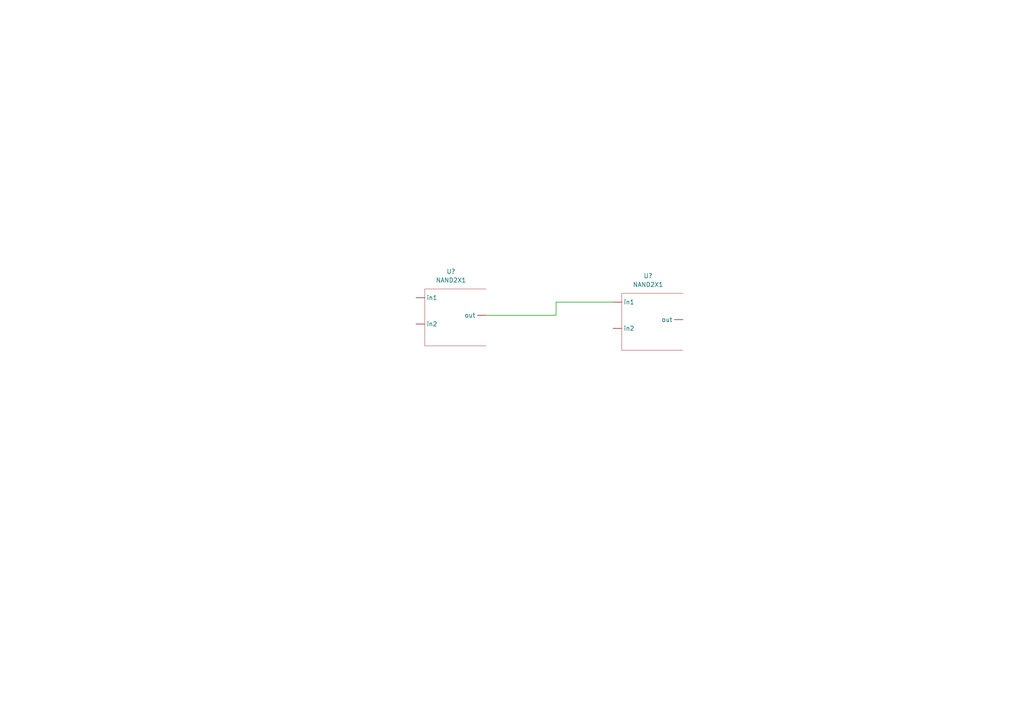
<source format=kicad_sch>
(kicad_sch (version 20200714) (host eeschema "(5.99.0-2317-g779ed4058)")
  (page 1 1)
  (paper "A4")
  (lib_symbols
    (symbol "test:NAND2X1"
      (property "Reference" "U" (at 0 0 0))
      (property "Value" "NAND2X1" (at 0 0 0))
      (symbol "NAND2X1_0_1"
        (polyline (pts (xy 7.62 20.32) (xy -10.16 20.32) (xy -10.16 3.81) (xy 7.62 3.81)) (stroke (width 0.0006)))
      )
      (symbol "NAND2X1_1_1"
        (pin input line (at -12.7 17.78 0) (length 2.54) (name "in1") (number "~"))
        (pin input line (at -12.7 10.16 0) (length 2.54) (name "in2") (number "~"))
        (pin output line (at 7.62 12.7 180) (length 2.54) (name "out") (number "~"))
      )
    )
  )
  (wire (pts (xy 140.97 91.44) (xy 161.29 91.44)))
  (wire (pts (xy 161.29 87.63) (xy 177.8 87.63)))
  (wire (pts (xy 161.29 91.44) (xy 161.29 87.63)))
  (symbol (lib_id "test:NAND2X1") (at 133.35 104.14 0) (unit 1)
    (property "Reference" "U?" (at 130.81 78.74 0))
    (property "Value" "NAND2X1" (at 130.81 81.28 0))
  )
  (symbol (lib_id "test:NAND2X1") (at 190.5 105.41 0) (unit 1)
    (property "Reference" "U?" (at 187.96 80.01 0))
    (property "Value" "NAND2X1" (at 187.96 82.55 0))
  )
)
</source>
